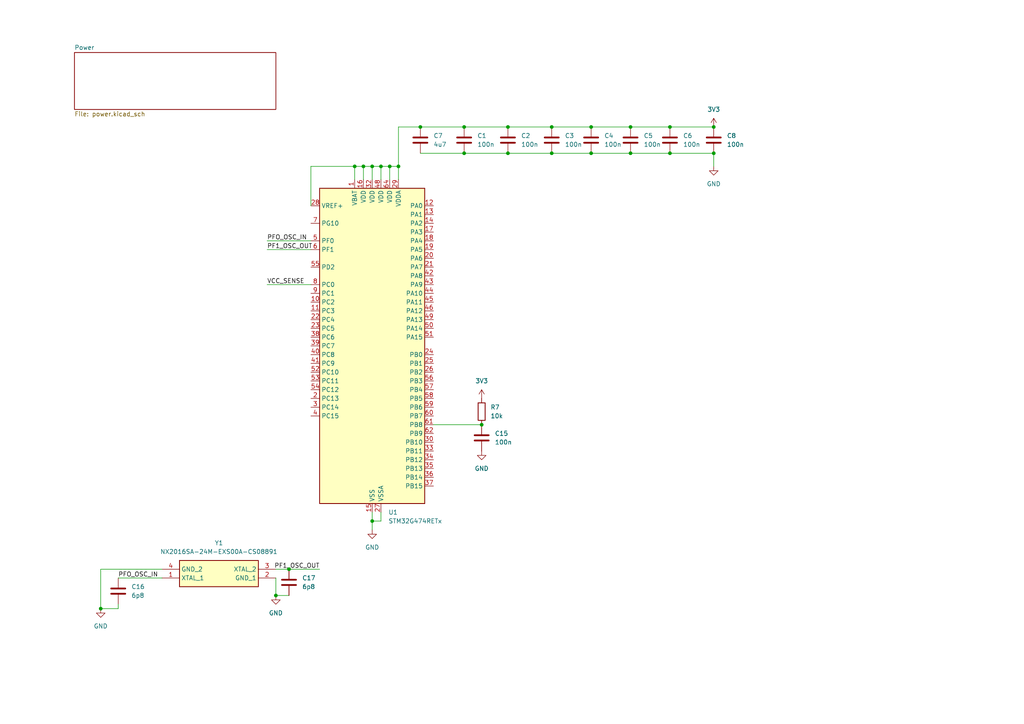
<source format=kicad_sch>
(kicad_sch (version 20250114) (generator "eeschema") (generator_version "9.0")
  (paper "A4")
  (lib_symbols
    (symbol "Device:C" (pin_numbers (hide yes)) (pin_names (offset 0.254))
      (property "Reference" "C" (at 0.635 2.54 0))
      (property "Value" "C" (at 0.635 -2.54 0))
      (symbol "C_0_1"
        (polyline (pts (xy -2.032 0.762) (xy 2.032 0.762)) (stroke (width 0.508)))
        (polyline (pts (xy -2.032 -0.762) (xy 2.032 -0.762)) (stroke (width 0.508)))
      )
      (symbol "C_1_1"
        (pin passive line (at 0 3.81 270) (length 2.794) (name "~") (number "1"))
        (pin passive line (at 0 -3.81 90) (length 2.794) (name "~") (number "2"))
      )
    )
    (symbol "Device:R" (pin_numbers (hide yes)) (pin_names (offset 0))
      (property "Reference" "R" (at 2.032 0 90))
      (property "Value" "R" (at 0 0 90))
      (symbol "R_0_1"
        (rectangle (start -1.016 -2.54) (end 1.016 2.54) (stroke (width 0.254)))
      )
      (symbol "R_1_1"
        (pin passive line (at 0 3.81 270) (length 1.27) (name "~") (number "1"))
        (pin passive line (at 0 -3.81 90) (length 1.27) (name "~") (number "2"))
      )
    )
    (symbol "MCU_ST_STM32G4:STM32G474RETx"
      (property "Reference" "U" (at -15.24 46.99 0))
      (property "Value" "STM32G474RETx" (at 10.16 46.99 0))
      (symbol "STM32G474RETx_0_1"
        (rectangle (start -15.24 -45.72) (end 15.24 45.72) (stroke (width 0.254)) (fill (type background)))
      )
      (symbol "STM32G474RETx_1_1"
        (pin input line (at -17.78 40.64 0) (length 2.54) (name "VREF+") (number "28"))
        (pin bidirectional line (at -17.78 35.56 0) (length 2.54) (name "PG10") (number "7"))
        (pin bidirectional line (at -17.78 30.48 0) (length 2.54) (name "PF0") (number "5"))
        (pin bidirectional line (at -17.78 27.94 0) (length 2.54) (name "PF1") (number "6"))
        (pin bidirectional line (at -17.78 22.86 0) (length 2.54) (name "PD2") (number "55"))
        (pin bidirectional line (at -17.78 17.78 0) (length 2.54) (name "PC0") (number "8"))
        (pin bidirectional line (at -17.78 15.24 0) (length 2.54) (name "PC1") (number "9"))
        (pin bidirectional line (at -17.78 12.7 0) (length 2.54) (name "PC2") (number "10"))
        (pin bidirectional line (at -17.78 10.16 0) (length 2.54) (name "PC3") (number "11"))
        (pin bidirectional line (at -17.78 7.62 0) (length 2.54) (name "PC4") (number "22"))
        (pin bidirectional line (at -17.78 5.08 0) (length 2.54) (name "PC5") (number "23"))
        (pin bidirectional line (at -17.78 2.54 0) (length 2.54) (name "PC6") (number "38"))
        (pin bidirectional line (at -17.78 0 0) (length 2.54) (name "PC7") (number "39"))
        (pin bidirectional line (at -17.78 -2.54 0) (length 2.54) (name "PC8") (number "40"))
        (pin bidirectional line (at -17.78 -5.08 0) (length 2.54) (name "PC9") (number "41"))
        (pin bidirectional line (at -17.78 -7.62 0) (length 2.54) (name "PC10") (number "52"))
        (pin bidirectional line (at -17.78 -10.16 0) (length 2.54) (name "PC11") (number "53"))
        (pin bidirectional line (at -17.78 -12.7 0) (length 2.54) (name "PC12") (number "54"))
        (pin bidirectional line (at -17.78 -15.24 0) (length 2.54) (name "PC13") (number "2"))
        (pin bidirectional line (at -17.78 -17.78 0) (length 2.54) (name "PC14") (number "3"))
        (pin bidirectional line (at -17.78 -20.32 0) (length 2.54) (name "PC15") (number "4"))
        (pin power_in line (at -5.08 48.26 270) (length 2.54) (name "VBAT") (number "1"))
        (pin power_in line (at -2.54 48.26 270) (length 2.54) (name "VDD") (number "16"))
        (pin power_in line (at 0 48.26 270) (length 2.54) (name "VDD") (number "32"))
        (pin power_in line (at 0 -48.26 90) (length 2.54) (name "VSS") (number "15"))
        (pin passive line (at 0 -48.26 90) (length 2.54) (hide yes) (name "VSS") (number "31"))
        (pin passive line (at 0 -48.26 90) (length 2.54) (hide yes) (name "VSS") (number "47"))
        (pin passive line (at 0 -48.26 90) (length 2.54) (hide yes) (name "VSS") (number "63"))
        (pin power_in line (at 2.54 48.26 270) (length 2.54) (name "VDD") (number "48"))
        (pin power_in line (at 2.54 -48.26 90) (length 2.54) (name "VSSA") (number "27"))
        (pin power_in line (at 5.08 48.26 270) (length 2.54) (name "VDD") (number "64"))
        (pin power_in line (at 7.62 48.26 270) (length 2.54) (name "VDDA") (number "29"))
        (pin bidirectional line (at 17.78 40.64 180) (length 2.54) (name "PA0") (number "12"))
        (pin bidirectional line (at 17.78 38.1 180) (length 2.54) (name "PA1") (number "13"))
        (pin bidirectional line (at 17.78 35.56 180) (length 2.54) (name "PA2") (number "14"))
        (pin bidirectional line (at 17.78 33.02 180) (length 2.54) (name "PA3") (number "17"))
        (pin bidirectional line (at 17.78 30.48 180) (length 2.54) (name "PA4") (number "18"))
        (pin bidirectional line (at 17.78 27.94 180) (length 2.54) (name "PA5") (number "19"))
        (pin bidirectional line (at 17.78 25.4 180) (length 2.54) (name "PA6") (number "20"))
        (pin bidirectional line (at 17.78 22.86 180) (length 2.54) (name "PA7") (number "21"))
        (pin bidirectional line (at 17.78 20.32 180) (length 2.54) (name "PA8") (number "42"))
        (pin bidirectional line (at 17.78 17.78 180) (length 2.54) (name "PA9") (number "43"))
        (pin bidirectional line (at 17.78 15.24 180) (length 2.54) (name "PA10") (number "44"))
        (pin bidirectional line (at 17.78 12.7 180) (length 2.54) (name "PA11") (number "45"))
        (pin bidirectional line (at 17.78 10.16 180) (length 2.54) (name "PA12") (number "46"))
        (pin bidirectional line (at 17.78 7.62 180) (length 2.54) (name "PA13") (number "49"))
        (pin bidirectional line (at 17.78 5.08 180) (length 2.54) (name "PA14") (number "50"))
        (pin bidirectional line (at 17.78 2.54 180) (length 2.54) (name "PA15") (number "51"))
        (pin bidirectional line (at 17.78 -2.54 180) (length 2.54) (name "PB0") (number "24"))
        (pin bidirectional line (at 17.78 -5.08 180) (length 2.54) (name "PB1") (number "25"))
        (pin bidirectional line (at 17.78 -7.62 180) (length 2.54) (name "PB2") (number "26"))
        (pin bidirectional line (at 17.78 -10.16 180) (length 2.54) (name "PB3") (number "56"))
        (pin bidirectional line (at 17.78 -12.7 180) (length 2.54) (name "PB4") (number "57"))
        (pin bidirectional line (at 17.78 -15.24 180) (length 2.54) (name "PB5") (number "58"))
        (pin bidirectional line (at 17.78 -17.78 180) (length 2.54) (name "PB6") (number "59"))
        (pin bidirectional line (at 17.78 -20.32 180) (length 2.54) (name "PB7") (number "60"))
        (pin bidirectional line (at 17.78 -22.86 180) (length 2.54) (name "PB8") (number "61"))
        (pin bidirectional line (at 17.78 -25.4 180) (length 2.54) (name "PB9") (number "62"))
        (pin bidirectional line (at 17.78 -27.94 180) (length 2.54) (name "PB10") (number "30"))
        (pin bidirectional line (at 17.78 -30.48 180) (length 2.54) (name "PB11") (number "33"))
        (pin bidirectional line (at 17.78 -33.02 180) (length 2.54) (name "PB12") (number "34"))
        (pin bidirectional line (at 17.78 -35.56 180) (length 2.54) (name "PB13") (number "35"))
        (pin bidirectional line (at 17.78 -38.1 180) (length 2.54) (name "PB14") (number "36"))
        (pin bidirectional line (at 17.78 -40.64 180) (length 2.54) (name "PB15") (number "37"))
      )
    )
    (symbol "SamacSys_Parts:NX2016SA-24M-EXS00A-CS08891"
      (property "Reference" "Y" (at 29.21 7.62 0))
      (property "Value" "NX2016SA-24M-EXS00A-CS08891" (at 29.21 5.08 0))
      (symbol "NX2016SA-24M-EXS00A-CS08891_1_1"
        (rectangle (start 5.08 2.54) (end 27.94 -5.08) (stroke (width 0.254)) (fill (type background)))
        (pin passive line (at 0 0 0) (length 5.08) (name "GND_2") (number "4"))
        (pin passive line (at 0 -2.54 0) (length 5.08) (name "XTAL_1") (number "1"))
        (pin passive line (at 33.02 0 180) (length 5.08) (name "XTAL_2") (number "3"))
        (pin passive line (at 33.02 -2.54 180) (length 5.08) (name "GND_1") (number "2"))
      )
    )
    (symbol "power:GND" (power) (pin_numbers (hide yes)) (pin_names (offset 0) (hide yes))
      (property "Value" "GND" (at 0 -3.81 0))
      (symbol "GND_0_1"
        (polyline (pts (xy 0 0) (xy 0 -1.27) (xy 1.27 -1.27) (xy 0 -2.54) (xy -1.27 -1.27) (xy 0 -1.27)))
      )
      (symbol "GND_1_1"
        (pin power_in line (at 0 0 270) (length 0) (name "~") (number "1"))
      )
    )
    (symbol "power:VCC" (power) (pin_numbers (hide yes)) (pin_names (offset 0) (hide yes))
      (property "Value" "VCC" (at 0 3.556 0))
      (symbol "VCC_0_1"
        (polyline (pts (xy -0.762 1.27) (xy 0 2.54)))
        (polyline (pts (xy 0 2.54) (xy 0.762 1.27)))
        (polyline (pts (xy 0 0) (xy 0 2.54)))
      )
      (symbol "VCC_1_1"
        (pin power_in line (at 0 0 90) (length 0) (name "~") (number "1"))
      )
    )
  )
  (junction (at 147.32 36.83))
  (junction (at 194.31 44.45))
  (junction (at 29.21 176.53))
  (junction (at 207.01 36.83))
  (junction (at 207.01 44.45))
  (junction (at 194.31 36.83))
  (junction (at 107.95 48.26))
  (junction (at 102.87 48.26))
  (junction (at 182.88 44.45))
  (junction (at 134.62 44.45))
  (junction (at 113.03 48.26))
  (junction (at 80.01 172.72))
  (junction (at 139.7 123.19))
  (junction (at 182.88 36.83))
  (junction (at 107.95 151.13))
  (junction (at 147.32 44.45))
  (junction (at 110.49 48.26))
  (junction (at 160.02 44.45))
  (junction (at 83.82 165.1))
  (junction (at 121.92 36.83))
  (junction (at 171.45 44.45))
  (junction (at 171.45 36.83))
  (junction (at 160.02 36.83))
  (junction (at 115.57 48.26))
  (junction (at 134.62 36.83))
  (junction (at 105.41 48.26))
  (wire (pts (xy 147.32 44.45) (xy 160.02 44.45)))
  (wire (pts (xy 107.95 151.13) (xy 107.95 153.67)))
  (wire (pts (xy 171.45 44.45) (xy 182.88 44.45)))
  (wire (pts (xy 115.57 48.26) (xy 115.57 52.07)))
  (wire (pts (xy 113.03 48.26) (xy 115.57 48.26)))
  (wire (pts (xy 113.03 48.26) (xy 113.03 52.07)))
  (wire (pts (xy 29.21 176.53) (xy 29.21 165.1)))
  (wire (pts (xy 80.01 172.72) (xy 83.82 172.72)))
  (wire (pts (xy 115.57 48.26) (xy 115.57 36.83)))
  (wire (pts (xy 102.87 48.26) (xy 102.87 52.07)))
  (wire (pts (xy 83.82 165.1) (xy 92.71 165.1)))
  (wire (pts (xy 121.92 44.45) (xy 134.62 44.45)))
  (wire (pts (xy 182.88 44.45) (xy 194.31 44.45)))
  (wire (pts (xy 107.95 48.26) (xy 107.95 52.07)))
  (wire (pts (xy 107.95 151.13) (xy 110.49 151.13)))
  (wire (pts (xy 194.31 36.83) (xy 207.01 36.83)))
  (wire (pts (xy 125.73 123.19) (xy 139.7 123.19)))
  (wire (pts (xy 110.49 48.26) (xy 113.03 48.26)))
  (wire (pts (xy 80.01 165.1) (xy 83.82 165.1)))
  (wire (pts (xy 29.21 165.1) (xy 46.99 165.1)))
  (wire (pts (xy 207.01 44.45) (xy 207.01 48.26)))
  (wire (pts (xy 90.17 48.26) (xy 102.87 48.26)))
  (wire (pts (xy 160.02 44.45) (xy 171.45 44.45)))
  (wire (pts (xy 182.88 36.83) (xy 194.31 36.83)))
  (wire (pts (xy 171.45 36.83) (xy 182.88 36.83)))
  (wire (pts (xy 105.41 48.26) (xy 105.41 52.07)))
  (wire (pts (xy 107.95 48.26) (xy 110.49 48.26)))
  (wire (pts (xy 134.62 44.45) (xy 147.32 44.45)))
  (wire (pts (xy 77.47 69.85) (xy 90.17 69.85)))
  (wire (pts (xy 80.01 167.64) (xy 80.01 172.72)))
  (wire (pts (xy 115.57 36.83) (xy 121.92 36.83)))
  (wire (pts (xy 147.32 36.83) (xy 160.02 36.83)))
  (wire (pts (xy 102.87 48.26) (xy 105.41 48.26)))
  (wire (pts (xy 77.47 82.55) (xy 90.17 82.55)))
  (wire (pts (xy 29.21 176.53) (xy 34.29 176.53)))
  (wire (pts (xy 34.29 167.64) (xy 46.99 167.64)))
  (wire (pts (xy 90.17 59.69) (xy 90.17 48.26)))
  (wire (pts (xy 194.31 44.45) (xy 207.01 44.45)))
  (wire (pts (xy 107.95 148.59) (xy 107.95 151.13)))
  (wire (pts (xy 34.29 176.53) (xy 34.29 175.26)))
  (wire (pts (xy 77.47 72.39) (xy 90.17 72.39)))
  (wire (pts (xy 160.02 36.83) (xy 171.45 36.83)))
  (wire (pts (xy 134.62 36.83) (xy 147.32 36.83)))
  (wire (pts (xy 110.49 48.26) (xy 110.49 52.07)))
  (wire (pts (xy 105.41 48.26) (xy 107.95 48.26)))
  (wire (pts (xy 110.49 151.13) (xy 110.49 148.59)))
  (wire (pts (xy 121.92 36.83) (xy 134.62 36.83)))
  (label "VCC_SENSE" (at 77.47 82.55 0))
  (label "PFO_OSC_IN" (at 34.29 167.64 0))
  (label "PF1_OSC_OUT" (at 77.47 72.39 0))
  (label "PFO_OSC_IN" (at 77.47 69.85 0))
  (label "PF1_OSC_OUT" (at 92.71 165.1 180))
  (symbol (lib_id "Device:C") (at 121.92 40.64 0) (unit 1)
    (property "Reference" "C7" (at 125.73 39.3699 0) (effects (justify left)))
    (property "Value" "4u7" (at 125.73 41.9099 0) (effects (justify left)))
    (property "Description" "Unpolarized capacitor" (effects (hide yes)))
  )
  (symbol (lib_id "power:GND") (at 207.01 48.26 0) (unit 1)
    (property "Reference" "#PWR01" (effects (hide yes)))
    (property "Value" "GND" (at 207.01 53.34 0))
    (property "Description" "Power symbol creates a global label with name \"GND\" , ground" (effects (hide yes)))
  )
  (symbol (lib_id "power:GND") (at 29.21 176.53 0) (unit 1)
    (property "Reference" "#PWR013" (effects (hide yes)))
    (property "Value" "GND" (at 29.21 181.61 0))
    (property "Description" "Power symbol creates a global label with name \"GND\" , ground" (effects (hide yes)))
  )
  (symbol (lib_id "Device:C") (at 182.88 40.64 0) (unit 1)
    (property "Reference" "C5" (at 186.69 39.3699 0) (effects (justify left)))
    (property "Value" "100n" (at 186.69 41.9099 0) (effects (justify left)))
    (property "Description" "Unpolarized capacitor" (effects (hide yes)))
  )
  (symbol (lib_id "Device:C") (at 139.7 127 0) (unit 1)
    (property "Reference" "C15" (at 143.51 125.7299 0) (effects (justify left)))
    (property "Value" "100n" (at 143.51 128.2699 0) (effects (justify left)))
    (property "Description" "Unpolarized capacitor" (effects (hide yes)))
  )
  (symbol (lib_id "Device:C") (at 134.62 40.64 0) (unit 1)
    (property "Reference" "C1" (at 138.43 39.3699 0) (effects (justify left)))
    (property "Value" "100n" (at 138.43 41.9099 0) (effects (justify left)))
    (property "Description" "Unpolarized capacitor" (effects (hide yes)))
  )
  (symbol (lib_id "Device:R") (at 139.7 119.38 180) (unit 1)
    (property "Reference" "R7" (at 142.24 118.1099 0) (effects (justify right)))
    (property "Value" "10k" (at 142.24 120.6499 0) (effects (justify right)))
    (property "Description" "Resistor" (effects (hide yes)))
  )
  (symbol (lib_id "Device:C") (at 171.45 40.64 0) (unit 1)
    (property "Reference" "C4" (at 175.26 39.3699 0) (effects (justify left)))
    (property "Value" "100n" (at 175.26 41.9099 0) (effects (justify left)))
    (property "Description" "Unpolarized capacitor" (effects (hide yes)))
  )
  (symbol (lib_id "power:GND") (at 139.7 130.81 0) (unit 1)
    (property "Reference" "#PWR010" (effects (hide yes)))
    (property "Value" "GND" (at 139.7 135.89 0))
    (property "Description" "Power symbol creates a global label with name \"GND\" , ground" (effects (hide yes)))
  )
  (symbol (lib_id "SamacSys_Parts:NX2016SA-24M-EXS00A-CS08891") (at 46.99 165.1 0) (unit 1)
    (property "Reference" "Y1" (at 63.5 157.48 0))
    (property "Value" "NX2016SA-24M-EXS00A-CS08891" (at 63.5 160.02 0))
    (property "Footprint" "NX2016SA24MEXS00ACS08891" (effects (hide yes)))
    (property "Datasheet" "http://www.ndk.com/images/products/catalog/c_NX2016SA_e.pdf" (effects (hide yes)))
    (property "Description" "Crystals CRYSTAL 24MHZ 6PF SMD" (effects (hide yes)))
    (property "Height" "0.5" (effects (hide yes)))
    (property "Manufacturer_Name" "NDK" (effects (hide yes)))
    (property "Manufacturer_Part_Number" "NX2016SA-24M-EXS00A-CS08891" (effects (hide yes)))
    (property "Mouser Part Number" "344-NX2016SA24S08891" (effects (hide yes)))
    (property "Mouser Price/Stock" "https://www.mouser.co.uk/ProductDetail/NDK/NX2016SA-24M-EXS00A-CS08891?qs=w%2Fv1CP2dgqoU%2FAdFbbSfhw%3D%3D" (effects (hide yes)))
  )
  (symbol (lib_id "MCU_ST_STM32G4:STM32G474RETx") (at 107.95 100.33 0) (unit 1)
    (property "Reference" "U1" (at 112.6333 148.59 0) (effects (justify left)))
    (property "Value" "STM32G474RETx" (at 112.6333 151.13 0) (effects (justify left)))
    (property "Footprint" "Package_QFP:LQFP-64_10x10mm_P0.5mm" (effects (hide yes)))
    (property "Datasheet" "https://www.st.com/resource/en/datasheet/stm32g474re.pdf" (effects (hide yes)))
    (property "Description" "STMicroelectronics Arm Cortex-M4 MCU, 512KB flash, 128KB RAM, 170 MHz, 1.71-3.6V, 52 GPIO, LQFP64" (effects (hide yes)))
  )
  (symbol (lib_id "power:VCC") (at 207.01 36.83 0) (unit 1)
    (property "Reference" "#PWR03" (effects (hide yes)))
    (property "Value" "3V3" (at 207.01 31.75 0))
    (property "Description" "Power symbol creates a global label with name \"VCC\"" (effects (hide yes)))
  )
  (symbol (lib_id "Device:C") (at 34.29 171.45 0) (unit 1)
    (property "Reference" "C16" (at 38.1 170.1799 0) (effects (justify left)))
    (property "Value" "6p8" (at 38.1 172.7199 0) (effects (justify left)))
    (property "Description" "Unpolarized capacitor" (effects (hide yes)))
  )
  (symbol (lib_id "power:VCC") (at 139.7 115.57 0) (unit 1)
    (property "Reference" "#PWR011" (effects (hide yes)))
    (property "Value" "3V3" (at 139.7 110.49 0))
    (property "Description" "Power symbol creates a global label with name \"VCC\"" (effects (hide yes)))
  )
  (symbol (lib_id "power:GND") (at 107.95 153.67 0) (unit 1)
    (property "Reference" "#PWR02" (effects (hide yes)))
    (property "Value" "GND" (at 107.95 158.75 0))
    (property "Description" "Power symbol creates a global label with name \"GND\" , ground" (effects (hide yes)))
  )
  (symbol (lib_id "Device:C") (at 194.31 40.64 0) (unit 1)
    (property "Reference" "C6" (at 198.12 39.3699 0) (effects (justify left)))
    (property "Value" "100n" (at 198.12 41.9099 0) (effects (justify left)))
    (property "Description" "Unpolarized capacitor" (effects (hide yes)))
  )
  (symbol (lib_id "power:GND") (at 80.01 172.72 0) (unit 1)
    (property "Reference" "#PWR012" (effects (hide yes)))
    (property "Value" "GND" (at 80.01 177.8 0))
    (property "Description" "Power symbol creates a global label with name \"GND\" , ground" (effects (hide yes)))
  )
  (symbol (lib_id "Device:C") (at 160.02 40.64 0) (unit 1)
    (property "Reference" "C3" (at 163.83 39.3699 0) (effects (justify left)))
    (property "Value" "100n" (at 163.83 41.9099 0) (effects (justify left)))
    (property "Description" "Unpolarized capacitor" (effects (hide yes)))
  )
  (symbol (lib_id "Device:C") (at 83.82 168.91 0) (unit 1)
    (property "Reference" "C17" (at 87.63 167.6399 0) (effects (justify left)))
    (property "Value" "6p8" (at 87.63 170.1799 0) (effects (justify left)))
    (property "Description" "Unpolarized capacitor" (effects (hide yes)))
  )
  (symbol (lib_id "Device:C") (at 147.32 40.64 0) (unit 1)
    (property "Reference" "C2" (at 151.13 39.3699 0) (effects (justify left)))
    (property "Value" "100n" (at 151.13 41.9099 0) (effects (justify left)))
    (property "Description" "Unpolarized capacitor" (effects (hide yes)))
  )
  (symbol (lib_id "Device:C") (at 207.01 40.64 0) (unit 1)
    (property "Reference" "C8" (at 210.82 39.3699 0) (effects (justify left)))
    (property "Value" "100n" (at 210.82 41.9099 0) (effects (justify left)))
    (property "Description" "Unpolarized capacitor" (effects (hide yes)))
  )
  (sheet (at 21.59 15.24) (size 58.42 16.51) (stroke (width 0.1524))
    (property "Sheetname" "Power" (at 21.59 14.5284 0) (effects (justify left bottom)))
    (property "Sheetfile" "power.kicad_sch" (at 21.59 32.3346 0) (effects (justify left top)))
  )
)
</source>
